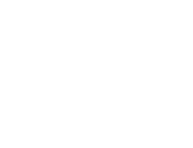
<source format=gbr>
%TF.GenerationSoftware,KiCad,Pcbnew,(7.0.0)*%
%TF.CreationDate,2023-09-09T16:46:16-08:00*%
%TF.ProjectId,THINGY_2.0,5448494e-4759-45f3-922e-302e6b696361,rev?*%
%TF.SameCoordinates,Original*%
%TF.FileFunction,Plated,5,6,Blind,Drill*%
%TF.FilePolarity,Positive*%
%FSLAX46Y46*%
G04 Gerber Fmt 4.6, Leading zero omitted, Abs format (unit mm)*
G04 Created by KiCad (PCBNEW (7.0.0)) date 2023-09-09 16:46:16*
%MOMM*%
%LPD*%
G01*
G04 APERTURE LIST*
%TA.AperFunction,ViaDrill*%
%ADD10C,0.100000*%
%TD*%
%TA.AperFunction,ViaDrill*%
%ADD11C,0.110000*%
%TD*%
G04 APERTURE END LIST*
D10*
X116452764Y-78922200D03*
X116833764Y-78007800D03*
X117316364Y-78922200D03*
X117621164Y-78084000D03*
D11*
X111328200Y-81102200D03*
X111963200Y-82677000D03*
X112445800Y-83159600D03*
X112471200Y-81076800D03*
X112953800Y-81076800D03*
X113207800Y-81813400D03*
X115138200Y-82600800D03*
X117240164Y-82960800D03*
X117934964Y-81574600D03*
X118019964Y-76559600D03*
X118883782Y-77153418D03*
X119634000Y-72898000D03*
X119761000Y-75768200D03*
X119761000Y-76428600D03*
X119913400Y-73177400D03*
X120465964Y-72623000D03*
X120465964Y-73181800D03*
X120885064Y-83608500D03*
X121278764Y-81462200D03*
X122040764Y-80497000D03*
X122472564Y-81767000D03*
X122548764Y-82732200D03*
X123914964Y-84479400D03*
X124939964Y-79929600D03*
X125439964Y-83954600D03*
X126764964Y-81754600D03*
M02*

</source>
